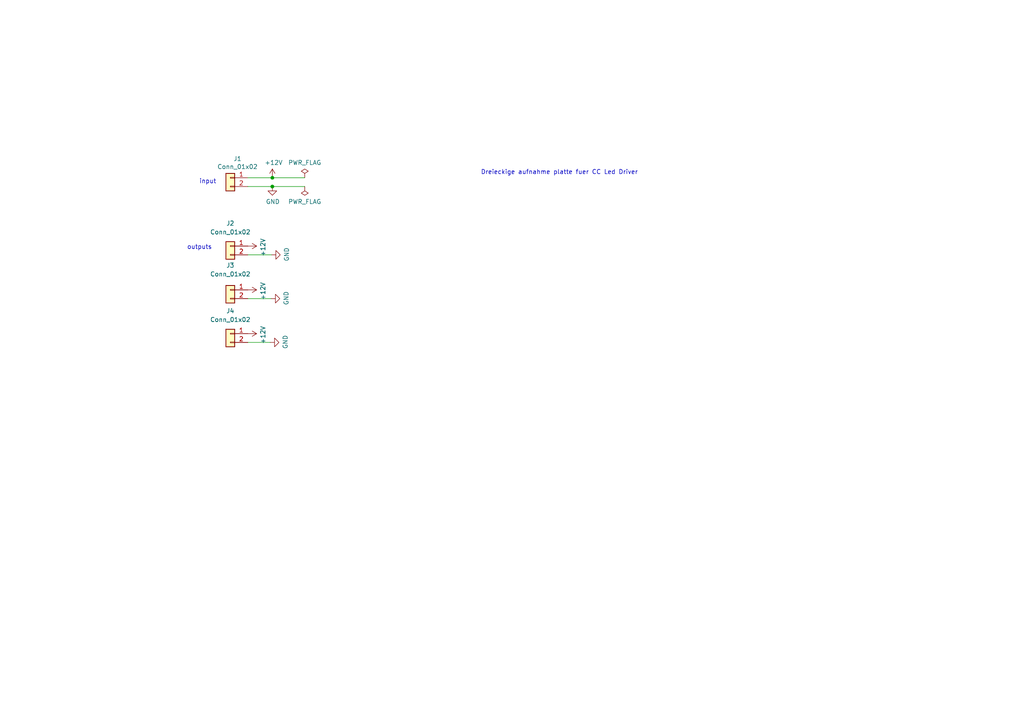
<source format=kicad_sch>
(kicad_sch (version 20231120) (generator "eeschema") (generator_version "8.0")
  (paper "A4")
  (lib_symbols
    (symbol "Connector_Generic:Conn_01x02" (pin_names (offset 1.016) hide)
      (property "Reference" "J" (at 0 2.54 0))
      (property "Value" "Conn_01x02" (at 0 -5.08 0))
      (symbol "Conn_01x02_1_1"
        (rectangle (start -1.27 -2.413) (end 0 -2.667) (stroke (width 0.1524)))
        (rectangle (start -1.27 0.127) (end 0 -0.127) (stroke (width 0.1524)))
        (rectangle (start -1.27 1.27) (end 1.27 -3.81) (stroke (width 0.254)) (fill (type background)))
        (pin passive line (at -5.08 0 0) (length 3.81) (name "Pin_1") (number "1"))
        (pin passive line (at -5.08 -2.54 0) (length 3.81) (name "Pin_2") (number "2"))
      )
    )
    (symbol "power:+12V" (power) (pin_names (offset 0))
      (property "Value" "+12V" (at 0 3.556 0))
      (symbol "+12V_0_1"
        (polyline (pts (xy -0.762 1.27) (xy 0 2.54)))
        (polyline (pts (xy 0 0) (xy 0 2.54)))
        (polyline (pts (xy 0 2.54) (xy 0.762 1.27)))
      )
      (symbol "+12V_1_1"
        (pin power_in line (at 0 0 90) (length 0) hide (name "+12V") (number "1"))
      )
    )
    (symbol "power:GND" (power) (pin_names (offset 0))
      (property "Value" "GND" (at 0 -3.81 0))
      (symbol "GND_0_1"
        (polyline (pts (xy 0 0) (xy 0 -1.27) (xy 1.27 -1.27) (xy 0 -2.54) (xy -1.27 -1.27) (xy 0 -1.27)))
      )
      (symbol "GND_1_1"
        (pin power_in line (at 0 0 270) (length 0) hide (name "GND") (number "1"))
      )
    )
    (symbol "power:PWR_FLAG" (power) (pin_numbers hide) (pin_names (offset 0) hide)
      (property "Value" "PWR_FLAG" (at 0 3.81 0))
      (symbol "PWR_FLAG_0_0"
        (pin power_out line (at 0 0 90) (length 0) (name "pwr") (number "1"))
      )
      (symbol "PWR_FLAG_0_1"
        (polyline (pts (xy 0 0) (xy 0 1.27) (xy -1.016 1.905) (xy 0 2.54) (xy 1.016 1.905) (xy 0 1.27)))
      )
    )
  )
  (junction (at 78.994 51.562))
  (junction (at 78.994 54.102))
  (wire (pts (xy 78.994 51.562) (xy 88.392 51.562)))
  (wire (pts (xy 78.613 86.614) (xy 71.882 86.614)))
  (wire (pts (xy 71.882 54.102) (xy 78.994 54.102)))
  (wire (pts (xy 78.74 73.914) (xy 71.882 73.914)))
  (wire (pts (xy 71.882 51.562) (xy 78.994 51.562)))
  (wire (pts (xy 78.994 54.102) (xy 88.392 54.102)))
  (wire (pts (xy 78.359 99.314) (xy 71.882 99.314)))
  (text "Dreieckige aufnahme platte fuer CC Led Driver\n" (at 139.446 50.8 0) (effects (font (size 1.27 1.27)) (justify left bottom)))
  (text "input" (at 57.785 53.467 0) (effects (font (size 1.27 1.27)) (justify left bottom)))
  (text "outputs" (at 54.229 72.517 0) (effects (font (size 1.27 1.27)) (justify left bottom)))
  (symbol (lib_id "power:PWR_FLAG") (at 88.392 54.102 180) (unit 1)
    (property "Reference" "#FLG02" (effects (hide yes)))
    (property "Value" "PWR_FLAG" (at 88.392 58.4962 0))
  )
  (symbol (lib_id "power:PWR_FLAG") (at 88.392 51.562 0) (unit 1)
    (property "Reference" "#FLG01" (effects (hide yes)))
    (property "Value" "PWR_FLAG" (at 88.392 47.1678 0))
  )
  (symbol (lib_id "Connector_Generic:Conn_01x02") (at 66.802 84.074 0) (mirror y) (unit 1)
    (property "Reference" "J3" (at 66.802 76.962 0))
    (property "Value" "Conn_01x02" (at 66.802 79.502 0))
    (property "Footprint" "Connector_PinHeader_2.54mm:PinHeader_1x02_P2.54mm_Vertical" (effects (hide yes)))
  )
  (symbol (lib_id "power:GND") (at 78.994 54.102 0) (unit 1)
    (property "Reference" "#PWR03" (effects (hide yes)))
    (property "Value" "GND" (at 79.121 58.4962 0))
  )
  (symbol (lib_id "power:GND") (at 78.74 73.914 90) (unit 1)
    (property "Reference" "#PWR0106" (effects (hide yes)))
    (property "Value" "GND" (at 83.1342 73.787 0))
  )
  (symbol (lib_id "power:+12V") (at 78.994 51.562 0) (unit 1)
    (property "Reference" "#PWR02" (effects (hide yes)))
    (property "Value" "+12V" (at 79.375 47.1678 0))
  )
  (symbol (lib_id "Connector_Generic:Conn_01x02") (at 66.802 71.374 0) (mirror y) (unit 1)
    (property "Reference" "J2" (at 66.802 64.77 0))
    (property "Value" "Conn_01x02" (at 66.802 67.31 0))
    (property "Footprint" "Connector_PinHeader_2.54mm:PinHeader_1x02_P2.54mm_Vertical" (effects (hide yes)))
  )
  (symbol (lib_id "power:GND") (at 78.359 99.314 90) (unit 1)
    (property "Reference" "#PWR0104" (effects (hide yes)))
    (property "Value" "GND" (at 82.7532 99.187 0))
  )
  (symbol (lib_id "Connector_Generic:Conn_01x02") (at 66.802 51.562 0) (mirror y) (unit 1)
    (property "Reference" "J1" (at 68.8848 46.0502 0))
    (property "Value" "Conn_01x02" (at 68.8848 48.3616 0))
    (property "Footprint" "Connector_PinHeader_2.54mm:PinHeader_1x02_P2.54mm_Vertical" (effects (hide yes)))
  )
  (symbol (lib_id "power:+12V") (at 71.882 84.074 270) (unit 1)
    (property "Reference" "#PWR0101" (effects (hide yes)))
    (property "Value" "+12V" (at 76.2762 84.455 0))
  )
  (symbol (lib_id "Connector_Generic:Conn_01x02") (at 66.802 96.774 0) (mirror y) (unit 1)
    (property "Reference" "J4" (at 66.802 90.17 0))
    (property "Value" "Conn_01x02" (at 66.802 92.71 0))
    (property "Footprint" "Connector_PinHeader_2.54mm:PinHeader_1x02_P2.54mm_Vertical" (effects (hide yes)))
  )
  (symbol (lib_id "power:GND") (at 78.613 86.614 90) (unit 1)
    (property "Reference" "#PWR0103" (effects (hide yes)))
    (property "Value" "GND" (at 83.0072 86.487 0))
  )
  (symbol (lib_id "power:+12V") (at 71.882 96.774 270) (unit 1)
    (property "Reference" "#PWR0102" (effects (hide yes)))
    (property "Value" "+12V" (at 76.2762 97.155 0))
  )
  (symbol (lib_id "power:+12V") (at 71.882 71.374 270) (unit 1)
    (property "Reference" "#PWR0105" (effects (hide yes)))
    (property "Value" "+12V" (at 76.2762 71.755 0))
  )
)
</source>
